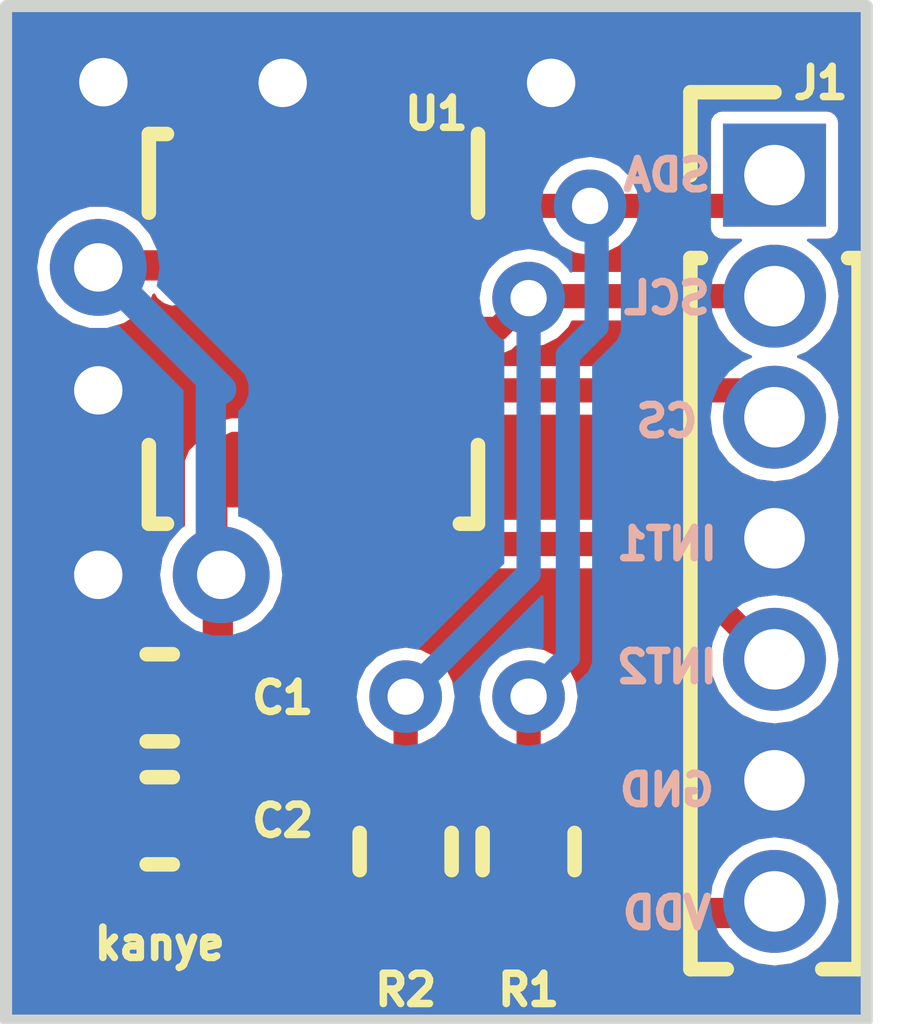
<source format=kicad_pcb>
(kicad_pcb (version 20240108) (generator "pcbnew") (generator_version "8.0")
  (layers (0 "F.Cu" signal) (31 "B.Cu" signal) (34 "B.Paste" user) (35 "F.Paste" user) (36 "B.SilkS" user "B.Silkscreen") (37 "F.SilkS" user "F.Silkscreen") (38 "B.Mask" user) (39 "F.Mask" user) (44 "Edge.Cuts" user))
  (net 0 "")
  (net 1 "VDD")
  (net 2 "GND")
  (net 3 "CS")
  (net 4 "SCL")
  (net 5 "SDA")
  (net 6 "INT1")
  (net 7 "INT2")
  (footprint "Resistor_SMD:R_0402_1005Metric" (layer "F.Cu") (at 28.448 28.956 90)
    (property "Reference" "R2" (at -1.143 0 0) (layer "F.SilkS") (effects (font (size 0.25 0.25) (thickness 0.0625))))
    (property "Value" "10kR" (hide yes))
    (fp_line (start -0.153641 -0.38) (end 0.153641 -0.38) (stroke (width 0.12)) (layer "F.SilkS"))
    (fp_line (start -0.153641 0.38) (end 0.153641 0.38) (stroke (width 0.12)) (layer "F.SilkS"))
    (pad "1" smd roundrect (at -0.51 0 90) (size 0.54 0.64) (layers "F.Cu" "F.Paste" "F.Mask") (net 1 "VDD"))
    (pad "2" smd roundrect (at 0.51 0 90) (size 0.54 0.64) (layers "F.Cu" "F.Paste" "F.Mask") (net 4 "SCL"))
  )
  (footprint "Capacitor_SMD:C_0402_1005Metric" (layer "F.Cu") (at 26.416 28.702)
    (property "Reference" "C2" (at 1.016 0 180) (layer "F.SilkS") (effects (font (size 0.25 0.25) (thickness 0.0625))))
    (property "Value" "100nF" (hide yes))
    (fp_line (start -0.107836 -0.36) (end 0.107836 -0.36) (stroke (width 0.12)) (layer "F.SilkS"))
    (fp_line (start -0.107836 0.36) (end 0.107836 0.36) (stroke (width 0.12)) (layer "F.SilkS"))
    (pad "1" smd roundrect (at -0.48 0) (size 0.56 0.62) (layers "F.Cu" "F.Paste" "F.Mask") (net 2 "GND"))
    (pad "2" smd roundrect (at 0.48 0) (size 0.56 0.62) (layers "F.Cu" "F.Paste" "F.Mask") (net 1 "VDD"))
  )
  (footprint "Resistor_SMD:R_0402_1005Metric" (layer "F.Cu") (at 29.464 28.956 90)
    (property "Reference" "R1" (at -1.143 0 0) (layer "F.SilkS") (effects (font (size 0.25 0.25) (thickness 0.0625))))
    (property "Value" "10kR" (hide yes))
    (fp_line (start -0.153641 -0.38) (end 0.153641 -0.38) (stroke (width 0.12)) (layer "F.SilkS"))
    (fp_line (start -0.153641 0.38) (end 0.153641 0.38) (stroke (width 0.12)) (layer "F.SilkS"))
    (pad "1" smd roundrect (at -0.51 0 90) (size 0.54 0.64) (layers "F.Cu" "F.Paste" "F.Mask") (net 1 "VDD"))
    (pad "2" smd roundrect (at 0.51 0 90) (size 0.54 0.64) (layers "F.Cu" "F.Paste" "F.Mask") (net 5 "SDA"))
  )
  (footprint "Kanye:LSM6DSL" (layer "F.Cu") (at 27.686 24.638 -90)
    (property "Reference" "U1" (at -1.778 -1.016 180) (layer "F.SilkS") (effects (font (size 0.25 0.25) (thickness 0.0625))))
    (property "Value" "LSM6DSL" (hide yes))
    (fp_line (start -1.61 1.36) (end -1.61 1.21) (stroke (width 0.12)) (layer "F.SilkS"))
    (fp_line (start -0.96 1.36) (end -1.61 1.36) (stroke (width 0.12)) (layer "F.SilkS"))
    (fp_line (start 0.96 1.36) (end 1.61 1.36) (stroke (width 0.12)) (layer "F.SilkS"))
    (fp_line (start 1.61 1.36) (end 1.61 1.21) (stroke (width 0.12)) (layer "F.SilkS"))
    (fp_line (start -0.96 -1.36) (end -1.61 -1.36) (stroke (width 0.12)) (layer "F.SilkS"))
    (fp_line (start 0.96 -1.36) (end 1.61 -1.36) (stroke (width 0.12)) (layer "F.SilkS"))
    (fp_line (start 1.61 -1.36) (end 1.61 -1.21) (stroke (width 0.12)) (layer "F.SilkS"))
    (pad "1" smd custom (at -1.1625 -0.75 270) (size 0.223223 0.223223) (layers "F.Cu" "F.Paste" "F.Mask") (options (clearance outline) (anchor circle)) (primitives (gr_poly (pts (xy 0.2375 0.081066) (xy 0.2375 0.125) (xy -0.2375 0.125) (xy -0.2375 -0.125) (xy 0.031434 -0.125)) (width 0.15) (fill yes))))
    (pad "2" smd roundrect (at -1.1625 -0.25 270) (size 0.625 0.4) (layers "F.Cu" "F.Paste" "F.Mask") (net 2 "GND"))
    (pad "3" smd roundrect (at -1.1625 0.25 270) (size 0.625 0.4) (layers "F.Cu" "F.Paste" "F.Mask") (net 2 "GND"))
    (pad "4" smd custom (at -1.1625 0.75 270) (size 0.223223 0.223223) (layers "F.Cu" "F.Paste" "F.Mask") (net 6 "INT1") (options (clearance outline) (anchor circle)) (primitives (gr_poly (pts (xy 0.2375 -0.081066) (xy 0.031434 0.125) (xy -0.2375 0.125) (xy -0.2375 -0.125) (xy 0.2375 -0.125)) (width 0.15) (fill yes))))
    (pad "5" smd custom (at -0.5 0.9125 270) (size 0.223223 0.223223) (layers "F.Cu" "F.Paste" "F.Mask") (net 1 "VDD") (options (clearance outline) (anchor circle)) (primitives (gr_poly (pts (xy 0.125 0.2375) (xy -0.125 0.2375) (xy -0.125 -0.031434) (xy 0.081066 -0.2375) (xy 0.125 -0.2375)) (width 0.15) (fill yes))))
    (pad "6" smd roundrect (at 0 0.9125 270) (size 0.4 0.625) (layers "F.Cu" "F.Paste" "F.Mask") (net 2 "GND"))
    (pad "7" smd custom (at 0.5 0.9125 270) (size 0.223223 0.223223) (layers "F.Cu" "F.Paste" "F.Mask") (net 2 "GND") (options (clearance outline) (anchor circle)) (primitives (gr_poly (pts (xy 0.125 -0.031434) (xy 0.125 0.2375) (xy -0.125 0.2375) (xy -0.125 -0.2375) (xy -0.081066 -0.2375)) (width 0.15) (fill yes))))
    (pad "8" smd custom (at 1.1625 0.75 270) (size 0.223223 0.223223) (layers "F.Cu" "F.Paste" "F.Mask") (net 1 "VDD") (options (clearance outline) (anchor circle)) (primitives (gr_poly (pts (xy 0.2375 0.125) (xy -0.031434 0.125) (xy -0.2375 -0.081066) (xy -0.2375 -0.125) (xy 0.2375 -0.125)) (width 0.15) (fill yes))))
    (pad "9" smd roundrect (at 1.1625 0.25 270) (size 0.625 0.4) (layers "F.Cu" "F.Paste" "F.Mask") (net 7 "INT2"))
    (pad "10" smd roundrect (at 1.1625 -0.25 270) (size 0.625 0.4) (layers "F.Cu" "F.Paste" "F.Mask"))
    (pad "11" smd custom (at 1.1625 -0.75 270) (size 0.223223 0.223223) (layers "F.Cu" "F.Paste" "F.Mask") (options (clearance outline) (anchor circle)) (primitives (gr_poly (pts (xy 0.2375 0.125) (xy -0.2375 0.125) (xy -0.2375 0.081066) (xy -0.031434 -0.125) (xy 0.2375 -0.125)) (width 0.15) (fill yes))))
    (pad "12" smd custom (at 0.5 -0.9125 270) (size 0.223223 0.223223) (layers "F.Cu" "F.Paste" "F.Mask") (net 3 "CS") (options (clearance outline) (anchor circle)) (primitives (gr_poly (pts (xy 0.125 0.031434) (xy -0.081066 0.2375) (xy -0.125 0.2375) (xy -0.125 -0.2375) (xy 0.125 -0.2375)) (width 0.15) (fill yes))))
    (pad "13" smd roundrect (at 0 -0.9125 270) (size 0.4 0.625) (layers "F.Cu" "F.Paste" "F.Mask") (net 4 "SCL"))
    (pad "14" smd custom (at -0.5 -0.9125 270) (size 0.223223 0.223223) (layers "F.Cu" "F.Paste" "F.Mask") (net 5 "SDA") (options (clearance outline) (anchor circle)) (primitives (gr_poly (pts (xy 0.125 0.2375) (xy 0.081066 0.2375) (xy -0.125 0.031434) (xy -0.125 -0.2375) (xy 0.125 -0.2375)) (width 0.15) (fill yes))))
  )
  (footprint "Capacitor_SMD:C_0402_1005Metric" (layer "F.Cu") (at 26.416 27.686 180)
    (property "Reference" "C1" (at -1.016 0 180) (layer "F.SilkS") (effects (font (size 0.25 0.25) (thickness 0.0625))))
    (property "Value" "100nF" (hide yes))
    (fp_line (start -0.107836 0.36) (end 0.107836 0.36) (stroke (width 0.12)) (layer "F.SilkS"))
    (fp_line (start -0.107836 -0.36) (end 0.107836 -0.36) (stroke (width 0.12)) (layer "F.SilkS"))
    (pad "1" smd roundrect (at -0.48 0 180) (size 0.56 0.62) (layers "F.Cu" "F.Paste" "F.Mask") (net 1 "VDD"))
    (pad "2" smd roundrect (at 0.48 0 180) (size 0.56 0.62) (layers "F.Cu" "F.Paste" "F.Mask") (net 2 "GND"))
  )
  (footprint "Connector_PinHeader_1.00mm:PinHeader_1x07_P1.00mm_Vertical" (layer "F.Cu") (at 31.496 23.368)
    (property "Reference" "J1" (at 0.381 -0.762 0) (layer "F.SilkS") (effects (font (size 0.25 0.25) (thickness 0.0625))))
    (property "Value" "Conn_01x07_Male" (hide yes))
    (fp_line (start -0.695 -0.685) (end 0 -0.685) (stroke (width 0.12)) (layer "F.SilkS"))
    (fp_line (start -0.695 0) (end -0.695 -0.685) (stroke (width 0.12)) (layer "F.SilkS"))
    (fp_line (start -0.695 0.685) (end -0.695 6.56) (stroke (width 0.12)) (layer "F.SilkS"))
    (fp_line (start -0.695 0.685) (end -0.608276 0.685) (stroke (width 0.12)) (layer "F.SilkS"))
    (fp_line (start -0.695 6.56) (end -0.394493 6.56) (stroke (width 0.12)) (layer "F.SilkS"))
    (fp_line (start 0.394493 6.56) (end 0.695 6.56) (stroke (width 0.12)) (layer "F.SilkS"))
    (fp_line (start 0.608276 0.685) (end 0.695 0.685) (stroke (width 0.12)) (layer "F.SilkS"))
    (fp_line (start 0.695 0.685) (end 0.695 6.56) (stroke (width 0.12)) (layer "F.SilkS"))
    (pad "1" thru_hole rect (at 0 0) (size 0.85 0.85) (drill 0.5) (layers "*.Cu" "*.Mask") (net 5 "SDA"))
    (pad "2" thru_hole oval (at 0 1) (size 0.85 0.85) (drill 0.5) (layers "*.Cu" "*.Mask") (net 4 "SCL"))
    (pad "3" thru_hole oval (at 0 2) (size 0.85 0.85) (drill 0.5) (layers "*.Cu" "*.Mask") (net 3 "CS"))
    (pad "4" thru_hole oval (at 0 3) (size 0.85 0.85) (drill 0.5) (layers "*.Cu" "*.Mask") (net 2 "GND"))
    (pad "5" thru_hole oval (at 0 4) (size 0.85 0.85) (drill 0.5) (layers "*.Cu" "*.Mask") (net 7 "INT2"))
    (pad "6" thru_hole oval (at 0 5) (size 0.85 0.85) (drill 0.5) (layers "*.Cu" "*.Mask") (net 2 "GND"))
    (pad "7" thru_hole oval (at 0 6) (size 0.85 0.85) (drill 0.5) (layers "*.Cu" "*.Mask") (net 1 "VDD"))
  )
  (gr_rect (start 25.146 21.971) (end 32.258 30.353) (stroke (width 0.1)) (fill none) (layer "Edge.Cuts"))
  (gr_text "INT2" (at 30.607 27.432 0) (layer "B.SilkS") (effects (font (size 0.25 0.25) (thickness 0.0625)) (justify mirror)))
  (gr_text "VDD" (at 30.607 29.464 0) (layer "B.SilkS") (effects (font (size 0.25 0.25) (thickness 0.0625)) (justify mirror)))
  (gr_text "GND" (at 30.607 28.448 0) (layer "B.SilkS") (effects (font (size 0.25 0.25) (thickness 0.0625)) (justify mirror)))
  (gr_text "CS" (at 30.607 25.4 0) (layer "B.SilkS") (effects (font (size 0.25 0.25) (thickness 0.0625)) (justify mirror)))
  (gr_text "SDA" (at 30.607 23.368 0) (layer "B.SilkS") (effects (font (size 0.25 0.25) (thickness 0.0625)) (justify mirror)))
  (gr_text "INT1" (at 30.607 26.416 0) (layer "B.SilkS") (effects (font (size 0.25 0.25) (thickness 0.0625)) (justify mirror)))
  (gr_text "SCL" (at 30.607 24.384 0) (layer "B.SilkS") (effects (font (size 0.25 0.25) (thickness 0.0625)) (justify mirror)))
  (gr_text "kanye" (at 26.416 29.718 0) (layer "F.SilkS") (effects (font (size 0.25 0.25) (thickness 0.0625))))
  (segment (start 30.476 29.466) (end 30.478 29.464) (width 0.25) (layer "F.Cu") (net 1))
  (segment (start 28.3605 29.5535) (end 28.448 29.466) (width 0.25) (layer "F.Cu") (net 1))
  (segment (start 26.896 27.686) (end 26.896 26.698) (width 0.25) (layer "F.Cu") (net 1))
  (segment (start 27.66 29.466) (end 29.464 29.466) (width 0.25) (layer "F.Cu") (net 1))
  (segment (start 30.478 29.464) (end 31.4 29.464) (width 0.25) (layer "F.Cu") (net 1))
  (segment (start 26.896 27.686) (end 26.896 28.702) (width 0.25) (layer "F.Cu") (net 1))
  (segment (start 26.85 25.77125) (end 26.85 26.62875) (width 0.25) (layer "F.Cu") (net 1))
  (segment (start 26.896 28.702) (end 27.66 29.466) (width 0.25) (layer "F.Cu") (net 1))
  (segment (start 26.896 26.698) (end 26.924 26.67) (width 0.25) (layer "F.Cu") (net 1))
  (segment (start 26.896 28.702) (end 26.90852 28.68948) (width 0.25) (layer "F.Cu") (net 1))
  (segment (start 31.4 29.464) (end 31.496 29.368) (width 0.25) (layer "F.Cu") (net 1))
  (segment (start 25.92452 24.11348) (end 26.736841 24.11348) (width 0.25) (layer "F.Cu") (net 1))
  (segment (start 25.908 24.13) (end 25.92452 24.11348) (width 0.25) (layer "F.Cu") (net 1))
  (segment (start 26.952 28.73) (end 26.924 28.702) (width 0.25) (layer "F.Cu") (net 1))
  (segment (start 26.924 27.686) (end 26.9045 27.686) (width 0.25) (layer "F.Cu") (net 1))
  (segment (start 29.464 29.466) (end 30.476 29.466) (width 0.25) (layer "F.Cu") (net 1))
  (segment (start 26.936 26.658) (end 26.924 26.67) (width 0.2) (layer "F.Cu") (net 1))
  (via (at 26.924 26.67) (size 0.8) (drill 0.4) (layers "F.Cu" "B.Cu") (net 1))
  (via (at 25.908 24.13) (size 0.8) (drill 0.4) (layers "F.Cu" "B.Cu") (net 1))
  (segment (start 26.838 26.64075) (end 26.838 25.108136) (width 0.25) (layer "B.Cu") (net 1))
  (segment (start 25.916614 24.13) (end 25.908 24.13) (width 0.25) (layer "B.Cu") (net 1))
  (segment (start 26.924 25.137386) (end 25.916614 24.13) (width 0.25) (layer "B.Cu") (net 1))
  (segment (start 27.432 22.606) (end 27.91148 23.08548) (width 0.25) (layer "F.Cu") (net 2))
  (segment (start 25.916 25.138) (end 25.908 25.146) (width 0.25) (layer "F.Cu") (net 2))
  (segment (start 27.91148 23.08548) (end 27.91148 23.4755) (width 0.25) (layer "F.Cu") (net 2))
  (segment (start 26.7735 25.138) (end 25.916 25.138) (width 0.25) (layer "F.Cu") (net 2))
  (segment (start 26.7735 25.138) (end 26.7735 24.648) (width 0.2) (layer "F.Cu") (net 2))
  (segment (start 27.46052 22.63452) (end 27.46052 23.4755) (width 0.25) (layer "F.Cu") (net 2))
  (segment (start 27.432 22.606) (end 27.46052 22.63452) (width 0.25) (layer "F.Cu") (net 2))
  (segment (start 25.964 27.67907) (end 25.964 27.686) (width 0.25) (layer "F.Cu") (net 2))
  (segment (start 25.936 26.698) (end 25.908 26.67) (width 0.2) (layer "F.Cu") (net 2))
  (segment (start 25.936 27.686) (end 25.936 26.698) (width 0.2) (layer "F.Cu") (net 2))
  (segment (start 25.964 28.702) (end 25.964 27.686) (width 0.25) (layer "F.Cu") (net 2))
  (via (at 25.908 25.146) (size 0.8) (drill 0.4) (layers "F.Cu" "B.Cu") (net 2))
  (via (at 29.65 22.606) (size 0.8) (drill 0.4) (layers "F.Cu" "B.Cu") (net 2))
  (via (at 27.432 22.606) (size 0.8) (drill 0.4) (layers "F.Cu" "B.Cu") (net 2))
  (via (at 25.908 26.67) (size 0.8) (drill 0.4) (layers "F.Cu" "B.Cu") (net 2))
  (via (at 25.95 22.6) (size 0.8) (drill 0.4) (layers "F.Cu" "B.Cu") (net 2))
  (segment (start 28.6065 25.146) (end 31.274 25.146) (width 0.2) (layer "F.Cu") (net 3))
  (segment (start 28.5985 25.138) (end 28.6065 25.146) (width 0.2) (layer "F.Cu") (net 3))
  (segment (start 31.274 25.146) (end 31.496 25.368) (width 0.2) (layer "F.Cu") (net 3))
  (segment (start 29.464 24.384) (end 29.21 24.638) (width 0.2) (layer "F.Cu") (net 4))
  (segment (start 29.48 24.368) (end 31.496 24.368) (width 0.2) (layer "F.Cu") (net 4))
  (segment (start 29.464 24.384) (end 29.48 24.368) (width 0.2) (layer "F.Cu") (net 4))
  (segment (start 28.448 27.6765) (end 28.448 28.446) (width 0.2) (layer "F.Cu") (net 4))
  (segment (start 29.21 24.638) (end 28.5985 24.638) (width 0.2) (layer "F.Cu") (net 4))
  (via (at 29.464 24.384) (size 0.6) (drill 0.3) (layers "F.Cu" "B.Cu") (net 4))
  (via (at 28.448 27.6765) (size 0.6) (drill 0.3) (layers "F.Cu" "B.Cu") (net 4))
  (segment (start 29.464 26.6605) (end 28.448 27.6765) (width 0.2) (layer "B.Cu") (net 4))
  (segment (start 29.464 24.384) (end 29.464 26.6605) (width 0.2) (layer "B.Cu") (net 4))
  (segment (start 29.08998 23.622) (end 28.5985 24.11348) (width 0.2) (layer "F.Cu") (net 5))
  (segment (start 29.972 23.622) (end 29.08998 23.622) (width 0.2) (layer "F.Cu") (net 5))
  (segment (start 29.464 27.6765) (end 29.464 28.446) (width 0.2) (layer "F.Cu") (net 5))
  (segment (start 29.972 23.622) (end 31.242 23.622) (width 0.2) (layer "F.Cu") (net 5))
  (via (at 29.464 27.6765) (size 0.6) (drill 0.3) (layers "F.Cu" "B.Cu") (net 5))
  (via (at 29.972 23.622) (size 0.6) (drill 0.3) (layers "F.Cu" "B.Cu") (net 5))
  (segment (start 29.78852 27.35198) (end 29.464 27.6765) (width 0.2) (layer "B.Cu") (net 5))
  (segment (start 30.026011 23.676011) (end 30.026011 24.616794) (width 0.2) (layer "B.Cu") (net 5))
  (segment (start 30.026011 24.616794) (end 29.78852 24.854285) (width 0.2) (layer "B.Cu") (net 5))
  (segment (start 29.78852 24.854285) (end 29.78852 27.35198) (width 0.2) (layer "B.Cu") (net 5))
  (segment (start 27.673994 26.416) (end 30.519386 26.416) (width 0.2) (layer "F.Cu") (net 7))
  (segment (start 27.436 26.178006) (end 27.673994 26.416) (width 0.2) (layer "F.Cu") (net 7))
  (segment (start 27.436 25.8005) (end 27.436 26.178006) (width 0.2) (layer "F.Cu") (net 7))
  (segment (start 30.519386 26.416) (end 31.471386 27.368) (width 0.2) (layer "F.Cu") (net 7))
  (zone (net 2) (net_name "GND") (layers "F&B.Cu") (connect_pads yes (clearance 0.01)) (min_thickness 0.0254) (fill yes (thermal_gap 0.0254) (thermal_bridge_width 0.0254) (island_removal_mode 1) (island_area_min 0))
    (polygon (pts (xy 32.25 30.4) (xy 25.15 30.4) (xy 25.15 22) (xy 32.25 22)))
  )
)
</source>
